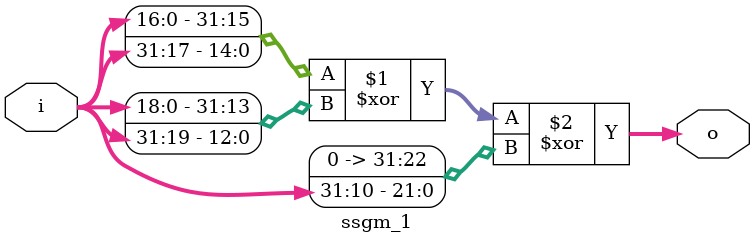
<source format=v>
module ssgm_1(
	input [31:0]i,
	output [31:0]o
);
assign o = {i[16:0],i[31:17]} ^ {i[18:0],i[31:19]} ^ {10'b0,i[31:10]};
endmodule

</source>
